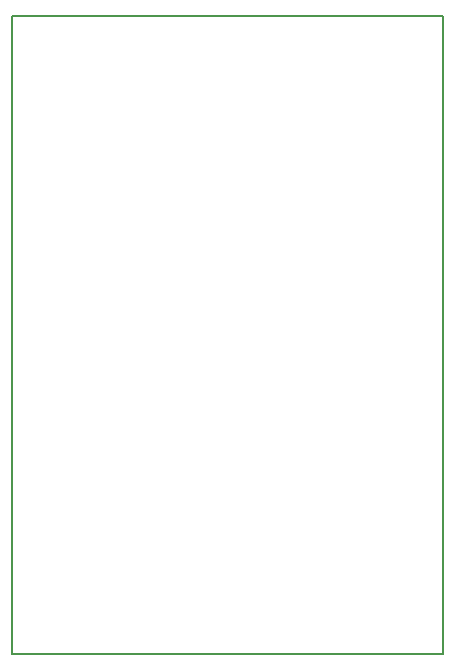
<source format=gm1>
G04 #@! TF.FileFunction,Profile,NP*
%FSLAX46Y46*%
G04 Gerber Fmt 4.6, Leading zero omitted, Abs format (unit mm)*
G04 Created by KiCad (PCBNEW 4.0.4+e1-6308~48~ubuntu16.04.1-stable) date Tue Oct 11 09:38:20 2016*
%MOMM*%
%LPD*%
G01*
G04 APERTURE LIST*
%ADD10C,0.100000*%
%ADD11C,0.150000*%
G04 APERTURE END LIST*
D10*
D11*
X136500000Y-108000000D02*
X136500000Y-162000000D01*
X173000000Y-108000000D02*
X136500000Y-108000000D01*
X173000000Y-162000000D02*
X173000000Y-108000000D01*
X136500000Y-162000000D02*
X173000000Y-162000000D01*
M02*

</source>
